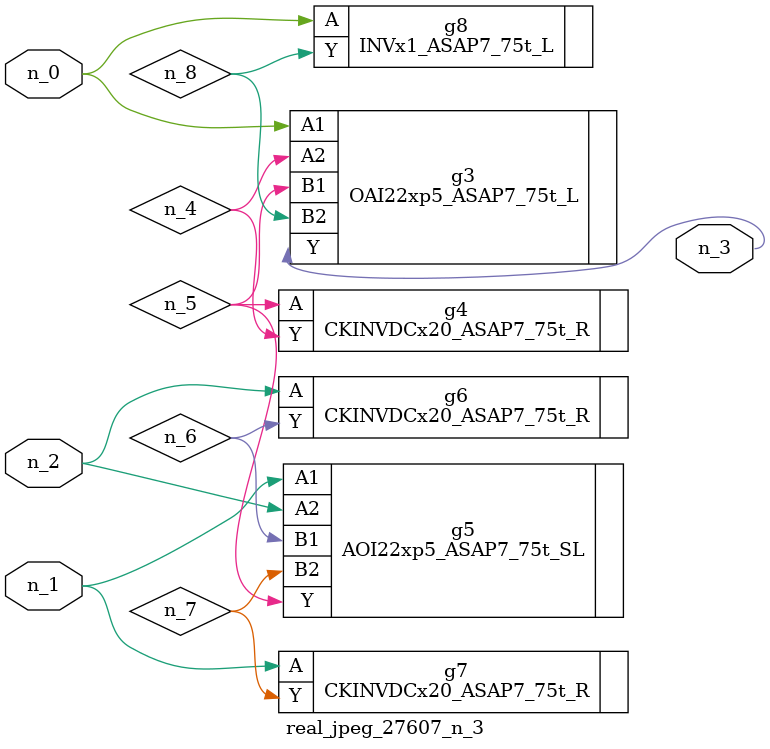
<source format=v>
module real_jpeg_27607_n_3 (n_1, n_0, n_2, n_3);

input n_1;
input n_0;
input n_2;

output n_3;

wire n_5;
wire n_8;
wire n_4;
wire n_6;
wire n_7;

OAI22xp5_ASAP7_75t_L g3 ( 
.A1(n_0),
.A2(n_4),
.B1(n_5),
.B2(n_8),
.Y(n_3)
);

INVx1_ASAP7_75t_L g8 ( 
.A(n_0),
.Y(n_8)
);

AOI22xp5_ASAP7_75t_SL g5 ( 
.A1(n_1),
.A2(n_2),
.B1(n_6),
.B2(n_7),
.Y(n_5)
);

CKINVDCx20_ASAP7_75t_R g7 ( 
.A(n_1),
.Y(n_7)
);

CKINVDCx20_ASAP7_75t_R g6 ( 
.A(n_2),
.Y(n_6)
);

CKINVDCx20_ASAP7_75t_R g4 ( 
.A(n_5),
.Y(n_4)
);


endmodule
</source>
